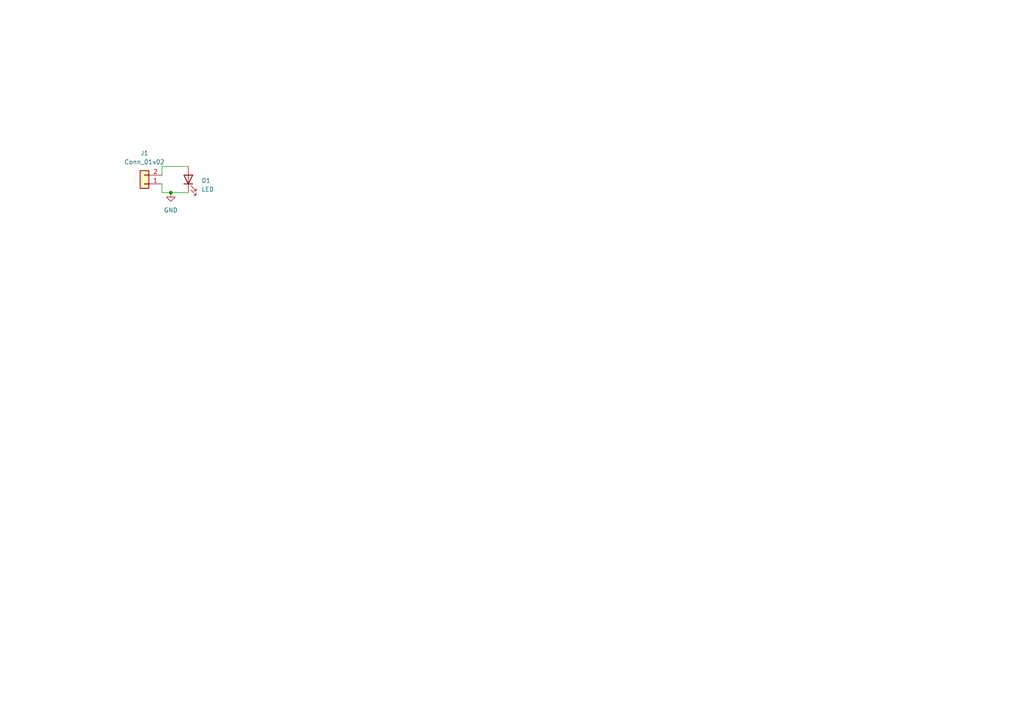
<source format=kicad_sch>
(kicad_sch (version 20231120) (generator "eeschema") (generator_version "8.0")
  (paper "A4")
  (lib_symbols
    (symbol "Connector_Generic:Conn_01x02" (pin_names (offset 1.016) hide)
      (property "Reference" "J" (at 0 2.54 0))
      (property "Value" "Conn_01x02" (at 0 -5.08 0))
      (symbol "Conn_01x02_1_1"
        (rectangle (start -1.27 -2.413) (end 0 -2.667) (stroke (width 0.1524)))
        (rectangle (start -1.27 0.127) (end 0 -0.127) (stroke (width 0.1524)))
        (rectangle (start -1.27 1.27) (end 1.27 -3.81) (stroke (width 0.254)) (fill (type background)))
        (pin passive line (at -5.08 0 0) (length 3.81) (name "Pin_1") (number "1"))
        (pin passive line (at -5.08 -2.54 0) (length 3.81) (name "Pin_2") (number "2"))
      )
    )
    (symbol "Device:LED" (pin_numbers hide) (pin_names (offset 1.016) hide)
      (property "Reference" "D" (at 0 2.54 0))
      (property "Value" "LED" (at 0 -2.54 0))
      (symbol "LED_0_1"
        (polyline (pts (xy -1.27 -1.27) (xy -1.27 1.27)) (stroke (width 0.254)))
        (polyline (pts (xy -1.27 0) (xy 1.27 0)))
        (polyline (pts (xy 1.27 -1.27) (xy 1.27 1.27) (xy -1.27 0) (xy 1.27 -1.27)) (stroke (width 0.254)))
        (polyline (pts (xy -3.048 -0.762) (xy -4.572 -2.286) (xy -3.81 -2.286) (xy -4.572 -2.286) (xy -4.572 -1.524)))
        (polyline (pts (xy -1.778 -0.762) (xy -3.302 -2.286) (xy -2.54 -2.286) (xy -3.302 -2.286) (xy -3.302 -1.524)))
      )
      (symbol "LED_1_1"
        (pin passive line (at -3.81 0 0) (length 2.54) (name "K") (number "1"))
        (pin passive line (at 3.81 0 180) (length 2.54) (name "A") (number "2"))
      )
    )
    (symbol "power:GND" (power) (pin_numbers hide) (pin_names (offset 0) hide)
      (property "Value" "GND" (at 0 -3.81 0))
      (symbol "GND_0_1"
        (polyline (pts (xy 0 0) (xy 0 -1.27) (xy 1.27 -1.27) (xy 0 -2.54) (xy -1.27 -1.27) (xy 0 -1.27)))
      )
      (symbol "GND_1_1"
        (pin power_in line (at 0 0 270) (length 0) (name "~") (number "1"))
      )
    )
  )
  (junction (at 49.53 55.88))
  (wire (pts (xy 46.99 55.88) (xy 46.99 53.34)))
  (wire (pts (xy 46.99 50.8) (xy 46.99 48.26)))
  (wire (pts (xy 46.99 48.26) (xy 54.61 48.26)))
  (wire (pts (xy 49.53 55.88) (xy 46.99 55.88)))
  (wire (pts (xy 54.61 55.88) (xy 49.53 55.88)))
  (symbol (lib_id "power:GND") (at 49.53 55.88 0) (unit 1)
    (property "Reference" "#PWR01" (effects (hide yes)))
    (property "Value" "GND" (at 49.53 60.96 0))
    (property "Description" "Power symbol creates a global label with name \"GND\" , ground" (effects (hide yes)))
  )
  (symbol (lib_id "Connector_Generic:Conn_01x02") (at 41.91 53.34 180) (unit 1)
    (property "Reference" "J1" (at 41.91 44.45 0))
    (property "Value" "Conn_01x02" (at 41.91 46.99 0))
    (property "Footprint" "Connector_JST:JST_XH_B2B-XH-AM_1x02_P2.50mm_Vertical" (effects (hide yes)))
    (property "Description" "Generic connector, single row, 01x02, script generated (kicad-library-utils/schlib/autogen/connector/)" (effects (hide yes)))
  )
  (symbol (lib_id "Device:LED") (at 54.61 52.07 90) (unit 1)
    (property "Reference" "D1" (at 58.42 52.3874 90) (effects (justify right)))
    (property "Value" "LED" (at 58.42 54.9274 90) (effects (justify right)))
    (property "Footprint" "Emitter:LED_VSMB2020" (effects (hide yes)))
    (property "Description" "Light emitting diode" (effects (hide yes)))
  )
)
</source>
